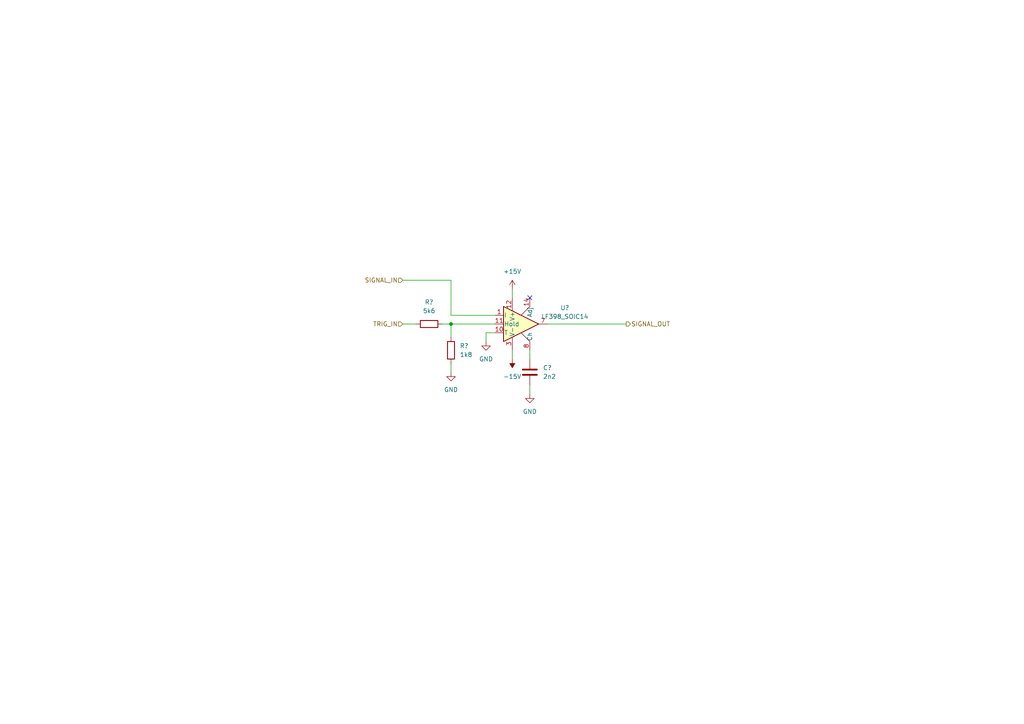
<source format=kicad_sch>
(kicad_sch (version 20211123) (generator eeschema)
  (paper "A4")
  (lib_symbols
    (symbol "Analog:LF398_SOIC14" (pin_names (offset 0.127))
      (property "Reference" "U" (at 5.08 3.81 0))
      (property "Value" "LF398_SOIC14" (at 5.08 -2.54 0))
      (symbol "LF398_SOIC14_0_1"
        (polyline (pts (xy 0 -2.54) (xy 2.54 -5.08)))
        (polyline (pts (xy 2.54 5.08) (xy 0 2.54)))
        (polyline (pts (xy -5.08 5.08) (xy 5.08 0) (xy -5.08 -5.08) (xy -5.08 5.08)) (stroke (width 0.254)) (fill (type background)))
      )
      (symbol "LF398_SOIC14_1_1"
        (pin input line (at -7.62 2.54 0) (length 2.54) (name "I") (number "1"))
        (pin passive line (at -7.62 -2.54 0) (length 2.54) (name "T") (number "10"))
        (pin input line (at -7.62 0 0) (length 2.54) (name "Hold") (number "11"))
        (pin passive line (at -2.54 7.62 270) (length 3.81) (name "V+") (number "12"))
        (pin no_connect line (at 0 -2.54 90) (length 2.54) hide (name "NC") (number "13"))
        (pin passive line (at 2.54 7.62 270) (length 2.54) (name "Adj") (number "14"))
        (pin no_connect line (at -5.08 2.54 270) (length 2.54) hide (name "NC") (number "2"))
        (pin passive line (at -2.54 -7.62 90) (length 3.81) (name "V-") (number "3"))
        (pin no_connect line (at -2.54 2.54 270) (length 2.54) hide (name "NC") (number "4"))
        (pin no_connect line (at -5.08 -2.54 90) (length 2.54) hide (name "NC") (number "5"))
        (pin no_connect line (at -2.54 -2.54 90) (length 2.54) hide (name "NC") (number "6"))
        (pin output line (at 7.62 0 180) (length 2.54) (name "~") (number "7"))
        (pin passive line (at 2.54 -7.62 90) (length 2.54) (name "Ch") (number "8"))
        (pin no_connect line (at 0 2.54 270) (length 2.54) hide (name "NC") (number "9"))
      )
    )
    (symbol "Device:C" (pin_numbers hide) (pin_names (offset 0.254))
      (property "Reference" "C" (at 0.635 2.54 0))
      (property "Value" "C" (at 0.635 -2.54 0))
      (symbol "C_0_1"
        (polyline (pts (xy -2.032 -0.762) (xy 2.032 -0.762)) (stroke (width 0.508)))
        (polyline (pts (xy -2.032 0.762) (xy 2.032 0.762)) (stroke (width 0.508)))
      )
      (symbol "C_1_1"
        (pin passive line (at 0 3.81 270) (length 2.794) (name "~") (number "1"))
        (pin passive line (at 0 -3.81 90) (length 2.794) (name "~") (number "2"))
      )
    )
    (symbol "Device:R" (pin_numbers hide) (pin_names (offset 0))
      (property "Reference" "R" (at 2.032 0 90))
      (property "Value" "R" (at 0 0 90))
      (symbol "R_0_1"
        (rectangle (start -1.016 -2.54) (end 1.016 2.54) (stroke (width 0.254)))
      )
      (symbol "R_1_1"
        (pin passive line (at 0 3.81 270) (length 1.27) (name "~") (number "1"))
        (pin passive line (at 0 -3.81 90) (length 1.27) (name "~") (number "2"))
      )
    )
    (symbol "power:+15V" (power) (pin_names (offset 0))
      (property "Value" "+15V" (at 0 3.556 0))
      (symbol "+15V_0_1"
        (polyline (pts (xy -0.762 1.27) (xy 0 2.54)))
        (polyline (pts (xy 0 0) (xy 0 2.54)))
        (polyline (pts (xy 0 2.54) (xy 0.762 1.27)))
      )
      (symbol "+15V_1_1"
        (pin power_in line (at 0 0 90) (length 0) hide (name "+15V") (number "1"))
      )
    )
    (symbol "power:-15V" (power) (pin_names (offset 0))
      (property "Value" "-15V" (at 0 3.81 0))
      (symbol "-15V_0_0"
        (pin power_in line (at 0 0 90) (length 0) hide (name "-15V") (number "1"))
      )
      (symbol "-15V_0_1"
        (polyline (pts (xy 0 0) (xy 0 1.27) (xy 0.762 1.27) (xy 0 2.54) (xy -0.762 1.27) (xy 0 1.27)) (fill (type outline)))
      )
    )
    (symbol "power:GND" (power) (pin_names (offset 0))
      (property "Value" "GND" (at 0 -3.81 0))
      (symbol "GND_0_1"
        (polyline (pts (xy 0 0) (xy 0 -1.27) (xy 1.27 -1.27) (xy 0 -2.54) (xy -1.27 -1.27) (xy 0 -1.27)))
      )
      (symbol "GND_1_1"
        (pin power_in line (at 0 0 270) (length 0) hide (name "GND") (number "1"))
      )
    )
  )
  (junction (at 130.81 93.98))
  (no_connect (at 153.67 86.36))
  (wire (pts (xy 148.59 101.6) (xy 148.59 104.14)))
  (wire (pts (xy 130.81 105.41) (xy 130.81 107.95)))
  (wire (pts (xy 130.81 93.98) (xy 143.51 93.98)))
  (wire (pts (xy 148.59 83.82) (xy 148.59 86.36)))
  (wire (pts (xy 128.27 93.98) (xy 130.81 93.98)))
  (wire (pts (xy 130.81 97.79) (xy 130.81 93.98)))
  (wire (pts (xy 140.97 96.52) (xy 140.97 99.06)))
  (wire (pts (xy 116.84 93.98) (xy 120.65 93.98)))
  (wire (pts (xy 153.67 101.6) (xy 153.67 104.14)))
  (wire (pts (xy 181.61 93.98) (xy 158.75 93.98)))
  (wire (pts (xy 130.81 91.44) (xy 130.81 81.28)))
  (wire (pts (xy 140.97 96.52) (xy 143.51 96.52)))
  (wire (pts (xy 130.81 81.28) (xy 116.84 81.28)))
  (wire (pts (xy 153.67 111.76) (xy 153.67 114.3)))
  (wire (pts (xy 143.51 91.44) (xy 130.81 91.44)))
  (hierarchical_label "TRIG_IN" (shape input) (at 116.84 93.98 180))
  (hierarchical_label "SIGNAL_IN" (shape input) (at 116.84 81.28 180))
  (hierarchical_label "SIGNAL_OUT" (shape output) (at 181.61 93.98 0))
  (symbol (lib_id "power:GND") (at 153.67 114.3 0) (unit 1)
    (property "Reference" "#PWR?" (effects hide))
    (property "Value" "GND" (at 153.67 119.38 0))
  )
  (symbol (lib_id "power:+15V") (at 148.59 83.82 0) (unit 1)
    (property "Reference" "#PWR?" (effects hide))
    (property "Value" "+15V" (at 148.59 78.74 0))
  )
  (symbol (lib_id "power:-15V") (at 148.59 104.14 180) (unit 1)
    (property "Reference" "#PWR?" (effects hide))
    (property "Value" "-15V" (at 148.59 109.22 0))
  )
  (symbol (lib_id "Device:R") (at 124.46 93.98 90) (unit 1)
    (property "Reference" "R?" (at 124.46 87.63 90))
    (property "Value" "5k6" (at 124.46 90.17 90))
  )
  (symbol (lib_id "Device:C") (at 153.67 107.95 0) (unit 1)
    (property "Reference" "C?" (at 157.48 106.6799 0) (effects (justify left)))
    (property "Value" "2n2" (at 157.48 109.2199 0) (effects (justify left)))
  )
  (symbol (lib_id "power:GND") (at 130.81 107.95 0) (unit 1)
    (property "Reference" "#PWR?" (effects hide))
    (property "Value" "GND" (at 130.81 113.03 0))
  )
  (symbol (lib_id "Analog:LF398_SOIC14") (at 151.13 93.98 0) (unit 1)
    (property "Reference" "U?" (at 163.83 89.281 0))
    (property "Value" "LF398_SOIC14" (at 163.83 91.821 0))
    (property "Footprint" "Package_SO:SOIC-14_3.9x8.7mm_P1.27mm" (effects hide))
    (property "Datasheet" "http://www.ti.com/lit/ds/symlink/lf398-n.pdf" (effects hide))
  )
  (symbol (lib_id "power:GND") (at 140.97 99.06 0) (unit 1)
    (property "Reference" "#PWR?" (effects hide))
    (property "Value" "GND" (at 140.97 104.14 0))
  )
  (symbol (lib_id "Device:R") (at 130.81 101.6 0) (unit 1)
    (property "Reference" "R?" (at 133.35 100.3299 0) (effects (justify left)))
    (property "Value" "1k8" (at 133.35 102.8699 0) (effects (justify left)))
  )
)
</source>
